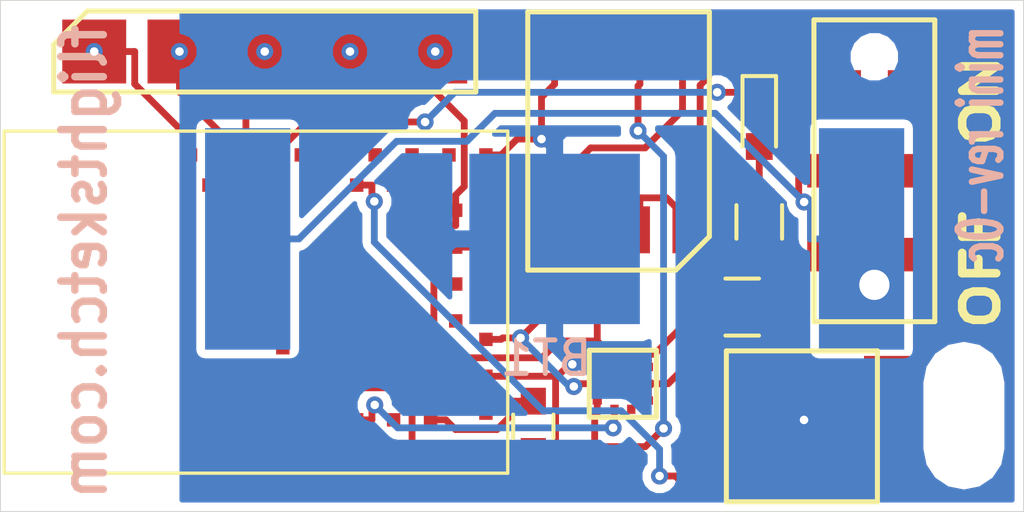
<source format=kicad_pcb>
(kicad_pcb (version 4) (host pcbnew 4.0.7)

  (general
    (links 48)
    (no_connects 0)
    (area 101.510599 104.7301 135.00202 123.418114)
    (thickness 1.6)
    (drawings 7)
    (tracks 239)
    (zones 0)
    (modules 12)
    (nets 15)
  )

  (page A4)
  (layers
    (0 F.Cu signal hide)
    (31 B.Cu signal hide)
    (32 B.Adhes user hide)
    (33 F.Adhes user hide)
    (34 B.Paste user hide)
    (35 F.Paste user hide)
    (36 B.SilkS user)
    (37 F.SilkS user hide)
    (38 B.Mask user hide)
    (39 F.Mask user hide)
    (40 Dwgs.User user hide)
    (41 Cmts.User user hide)
    (42 Eco1.User user hide)
    (43 Eco2.User user hide)
    (44 Edge.Cuts user)
    (45 Margin user hide)
    (46 B.CrtYd user)
    (47 F.CrtYd user hide)
    (48 B.Fab user hide)
    (49 F.Fab user hide)
  )

  (setup
    (last_trace_width 0.2032)
    (trace_clearance 0.1524)
    (zone_clearance 0.254)
    (zone_45_only no)
    (trace_min 0.2)
    (segment_width 0.2)
    (edge_width 0.0254)
    (via_size 0.508)
    (via_drill 0.254)
    (via_min_size 0.4)
    (via_min_drill 0.254)
    (uvia_size 0.3)
    (uvia_drill 0.1)
    (uvias_allowed no)
    (uvia_min_size 0.2)
    (uvia_min_drill 0.1)
    (pcb_text_width 0.3)
    (pcb_text_size 1.5 1.5)
    (mod_edge_width 0.15)
    (mod_text_size 1 1)
    (mod_text_width 0.15)
    (pad_size 1.524 1.524)
    (pad_drill 0.762)
    (pad_to_mask_clearance 0.0508)
    (solder_mask_min_width 0.0254)
    (aux_axis_origin 0 0)
    (visible_elements 7FFE8441)
    (pcbplotparams
      (layerselection 0x010fc_80000001)
      (usegerberextensions false)
      (excludeedgelayer true)
      (linewidth 0.100000)
      (plotframeref false)
      (viasonmask false)
      (mode 1)
      (useauxorigin false)
      (hpglpennumber 1)
      (hpglpenspeed 20)
      (hpglpendiameter 15)
      (hpglpenoverlay 2)
      (psnegative false)
      (psa4output false)
      (plotreference false)
      (plotvalue false)
      (plotinvisibletext false)
      (padsonsilk false)
      (subtractmaskfromsilk false)
      (outputformat 1)
      (mirror false)
      (drillshape 0)
      (scaleselection 1)
      (outputdirectory ./))
  )

  (net 0 "")
  (net 1 SWDIO)
  (net 2 VDD)
  (net 3 SWDCLK)
  (net 4 GND)
  (net 5 RESET)
  (net 6 MOSI)
  (net 7 SCK)
  (net 8 MISO)
  (net 9 DFU)
  (net 10 CS_Baro)
  (net 11 CS_Flash)
  (net 12 VBATT)
  (net 13 "Net-(D1-Pad2)")
  (net 14 LED1)

  (net_class Default "This is the default net class."
    (clearance 0.1524)
    (trace_width 0.2032)
    (via_dia 0.508)
    (via_drill 0.254)
    (uvia_dia 0.3)
    (uvia_drill 0.1)
    (add_net CS_Baro)
    (add_net CS_Flash)
    (add_net DFU)
    (add_net GND)
    (add_net LED1)
    (add_net MISO)
    (add_net MOSI)
    (add_net "Net-(D1-Pad2)")
    (add_net RESET)
    (add_net SCK)
    (add_net SWDCLK)
    (add_net SWDIO)
    (add_net VBATT)
    (add_net VDD)
  )

  (module Capacitors_SMD:C_0603 (layer F.Cu) (tedit 5D8109B1) (tstamp 5BFA234A)
    (at 117.475 119.38 270)
    (descr "Capacitor SMD 0603, reflow soldering, AVX (see smccp.pdf)")
    (tags "capacitor 0603")
    (path /5C382827)
    (attr smd)
    (fp_text reference C2 (at -2.4765 -0.127 270) (layer Cmts.User)
      (effects (font (size 1 1) (thickness 0.15)))
    )
    (fp_text value C (at 0 1.5 270) (layer F.Fab)
      (effects (font (size 1 1) (thickness 0.15)))
    )
    (fp_line (start 1.4 0.65) (end -1.4 0.65) (layer F.CrtYd) (width 0.05))
    (fp_line (start 1.4 0.65) (end 1.4 -0.65) (layer F.CrtYd) (width 0.05))
    (fp_line (start -1.4 -0.65) (end -1.4 0.65) (layer F.CrtYd) (width 0.05))
    (fp_line (start -1.4 -0.65) (end 1.4 -0.65) (layer F.CrtYd) (width 0.05))
    (fp_line (start 0.35 0.6) (end -0.35 0.6) (layer F.SilkS) (width 0.12))
    (fp_line (start -0.35 -0.6) (end 0.35 -0.6) (layer F.SilkS) (width 0.12))
    (fp_line (start -0.8 -0.4) (end 0.8 -0.4) (layer F.Fab) (width 0.1))
    (fp_line (start 0.8 -0.4) (end 0.8 0.4) (layer F.Fab) (width 0.1))
    (fp_line (start 0.8 0.4) (end -0.8 0.4) (layer F.Fab) (width 0.1))
    (fp_line (start -0.8 0.4) (end -0.8 -0.4) (layer F.Fab) (width 0.1))
    (fp_text user %R (at 0 0 270) (layer F.Fab)
      (effects (font (size 0.3 0.3) (thickness 0.075)))
    )
    (pad 2 smd rect (at 0.75 0 270) (size 0.8 0.75) (layers F.Cu F.Paste F.Mask)
      (net 4 GND))
    (pad 1 smd rect (at -0.75 0 270) (size 0.8 0.75) (layers F.Cu F.Paste F.Mask)
      (net 2 VDD))
    (model Capacitors_SMD.3dshapes/C_0603.wrl
      (at (xyz 0 0 0))
      (scale (xyz 1 1 1))
      (rotate (xyz 0 0 0))
    )
  )

  (module lib:bt (layer F.Cu) (tedit 5D8108F4) (tstamp 5C3AB772)
    (at 125.476 119.38 90)
    (path /5C36D239)
    (fp_text reference SW2 (at -0.381 0 180) (layer Cmts.User)
      (effects (font (size 1.2 1.2) (thickness 0.15)))
    )
    (fp_text value SW_Push (at 0 0 90) (layer F.Fab)
      (effects (font (size 1.2 1.2) (thickness 0.15)))
    )
    (fp_line (start 2.25 2.25) (end 2.25 -2.25) (layer F.SilkS) (width 0.15))
    (fp_line (start 2.25 -2.25) (end -2.25 -2.25) (layer F.SilkS) (width 0.15))
    (fp_line (start -2.25 -2.25) (end -2.25 2.25) (layer F.SilkS) (width 0.15))
    (fp_line (start -2.25 2.25) (end 2.25 2.25) (layer F.SilkS) (width 0.15))
    (pad 2 smd rect (at -1.6002 -2.624963 90) (size 0.999998 1.549908) (layers F.Cu F.Paste F.Mask)
      (net 9 DFU))
    (pad 2 smd rect (at -1.6002 2.624963 90) (size 0.999998 1.549908) (layers F.Cu F.Paste F.Mask)
      (net 9 DFU))
    (pad 1 smd rect (at 1.6002 -2.624963 90) (size 0.999998 1.549908) (layers F.Cu F.Paste F.Mask)
      (net 4 GND))
    (pad 1 smd rect (at 1.6002 2.624963 90) (size 0.999998 1.549908) (layers F.Cu F.Paste F.Mask)
      (net 4 GND))
  )

  (module Capacitors_SMD:C_0805 (layer F.Cu) (tedit 5D810952) (tstamp 5C4CFDE1)
    (at 123.698 115.824)
    (descr "Capacitor SMD 0805, reflow soldering, AVX (see smccp.pdf)")
    (tags "capacitor 0805")
    (path /5BFA2BAA)
    (attr smd)
    (fp_text reference C1 (at -0.0635 0) (layer Cmts.User)
      (effects (font (size 1 1) (thickness 0.15)))
    )
    (fp_text value C (at 0 1.75) (layer F.Fab)
      (effects (font (size 1 1) (thickness 0.15)))
    )
    (fp_text user %R (at 0 -1.5) (layer F.Fab)
      (effects (font (size 1 1) (thickness 0.15)))
    )
    (fp_line (start -1 0.62) (end -1 -0.62) (layer F.Fab) (width 0.1))
    (fp_line (start 1 0.62) (end -1 0.62) (layer F.Fab) (width 0.1))
    (fp_line (start 1 -0.62) (end 1 0.62) (layer F.Fab) (width 0.1))
    (fp_line (start -1 -0.62) (end 1 -0.62) (layer F.Fab) (width 0.1))
    (fp_line (start 0.5 -0.85) (end -0.5 -0.85) (layer F.SilkS) (width 0.12))
    (fp_line (start -0.5 0.85) (end 0.5 0.85) (layer F.SilkS) (width 0.12))
    (fp_line (start -1.75 -0.88) (end 1.75 -0.88) (layer F.CrtYd) (width 0.05))
    (fp_line (start -1.75 -0.88) (end -1.75 0.87) (layer F.CrtYd) (width 0.05))
    (fp_line (start 1.75 0.87) (end 1.75 -0.88) (layer F.CrtYd) (width 0.05))
    (fp_line (start 1.75 0.87) (end -1.75 0.87) (layer F.CrtYd) (width 0.05))
    (pad 1 smd rect (at -1 0) (size 1 1.25) (layers F.Cu F.Paste F.Mask)
      (net 2 VDD))
    (pad 2 smd rect (at 1 0) (size 1 1.25) (layers F.Cu F.Paste F.Mask)
      (net 4 GND))
    (model Capacitors_SMD.3dshapes/C_0805.wrl
      (at (xyz 0 0 0))
      (scale (xyz 1 1 1))
      (rotate (xyz 0 0 0))
    )
  )

  (module lib:SO8 (layer F.Cu) (tedit 5D81096A) (tstamp 5C4CFDEE)
    (at 120.015 110.871 180)
    (path /5BF2300F)
    (fp_text reference U3 (at 0 0 270) (layer Cmts.User)
      (effects (font (size 1.2 1.2) (thickness 0.15)))
    )
    (fp_text value EEPROM (at 0 0 180) (layer F.Fab)
      (effects (font (size 1.2 1.2) (thickness 0.15)))
    )
    (fp_line (start -1.705 -3.85) (end -2.705 -2.85) (layer F.SilkS) (width 0.15))
    (fp_line (start -2.705 -2.85) (end -2.705 3.85) (layer F.SilkS) (width 0.15))
    (fp_line (start -2.705 3.85) (end 2.705 3.85) (layer F.SilkS) (width 0.15))
    (fp_line (start 2.705 3.85) (end 2.705 -3.85) (layer F.SilkS) (width 0.15))
    (fp_line (start 2.705 -3.85) (end -1.705 -3.85) (layer F.SilkS) (width 0.15))
    (pad 8 smd rect (at -1.905 -2.65 180) (size 0.6 1.4) (layers F.Cu F.Paste F.Mask)
      (net 2 VDD))
    (pad 1 smd rect (at -1.905 2.65 180) (size 0.6 1.4) (layers F.Cu F.Paste F.Mask)
      (net 11 CS_Flash))
    (pad 7 smd rect (at -0.635 -2.65 180) (size 0.6 1.4) (layers F.Cu F.Paste F.Mask)
      (net 2 VDD))
    (pad 2 smd rect (at -0.635 2.65 180) (size 0.6 1.4) (layers F.Cu F.Paste F.Mask)
      (net 8 MISO))
    (pad 6 smd rect (at 0.635 -2.65 180) (size 0.6 1.4) (layers F.Cu F.Paste F.Mask)
      (net 7 SCK))
    (pad 3 smd rect (at 0.635 2.65 180) (size 0.6 1.4) (layers F.Cu F.Paste F.Mask)
      (net 2 VDD))
    (pad 5 smd rect (at 1.905 -2.65 180) (size 0.6 1.4) (layers F.Cu F.Paste F.Mask)
      (net 6 MOSI))
    (pad 4 smd rect (at 1.905 2.65 180) (size 0.6 1.4) (layers F.Cu F.Paste F.Mask)
      (net 4 GND))
  )

  (module lib:5pad_test (layer F.Cu) (tedit 5C4D2922) (tstamp 5C4D1978)
    (at 109.474 108.204)
    (path /5C3952B2)
    (solder_paste_margin -0.9525)
    (fp_text reference J1 (at 0 2.4065) (layer F.SilkS) hide
      (effects (font (size 1.2 1.2) (thickness 0.15)))
    )
    (fp_text value Conn_01x06 (at 0 -2.4065) (layer F.Fab)
      (effects (font (size 1.2 1.2) (thickness 0.15)))
    )
    (fp_line (start -5.2865 -1.2065) (end -6.2865 -0.2065) (layer F.SilkS) (width 0.15))
    (fp_line (start -6.2865 -0.2065) (end -6.2865 1.2065) (layer F.SilkS) (width 0.15))
    (fp_line (start -6.2865 1.2065) (end 6.2865 1.2065) (layer F.SilkS) (width 0.15))
    (fp_line (start 6.2865 1.2065) (end 6.2865 -1.2065) (layer F.SilkS) (width 0.15))
    (fp_line (start 6.2865 -1.2065) (end -5.2865 -1.2065) (layer F.SilkS) (width 0.15))
    (pad 1 smd rect (at -5.08 0) (size 1.905 1.905) (layers F.Cu F.Paste F.Mask)
      (net 4 GND))
    (pad 2 smd rect (at -2.54 0) (size 1.905 1.905) (layers F.Cu F.Paste F.Mask)
      (net 1 SWDIO))
    (pad 3 smd rect (at 0 0) (size 1.905 1.905) (layers F.Cu F.Paste F.Mask)
      (net 3 SWDCLK))
    (pad 4 smd rect (at 2.54 0) (size 1.905 1.905) (layers F.Cu F.Paste F.Mask)
      (net 5 RESET))
    (pad 5 smd rect (at 5.08 0) (size 1.905 1.905) (layers F.Cu F.Paste F.Mask)
      (net 2 VDD))
  )

  (module lib:BMP388 (layer F.Cu) (tedit 5D810938) (tstamp 5C4D1AF2)
    (at 120.142 118.11)
    (path /5C4D27A4)
    (solder_paste_margin 0.0762)
    (fp_text reference U2 (at 0 1.9685) (layer Cmts.User)
      (effects (font (size 1.2 1.2) (thickness 0.15)))
    )
    (fp_text value BMP380 (at 0.25 2) (layer F.Fab)
      (effects (font (size 1.2 1.2) (thickness 0.15)))
    )
    (fp_line (start -1 -1) (end 1 -1) (layer F.SilkS) (width 0.15))
    (fp_line (start 1 -1) (end 1 1) (layer F.SilkS) (width 0.15))
    (fp_line (start 1 1) (end -1 1) (layer F.SilkS) (width 0.15))
    (fp_line (start -1 1) (end -1 -1) (layer F.SilkS) (width 0.15))
    (pad 6 smd rect (at -0.25 0.7625) (size 0.25 0.275) (layers F.Cu F.Paste F.Mask)
      (net 10 CS_Baro))
    (pad 7 smd rect (at 0.25 0.7625) (size 0.25 0.275) (layers F.Cu F.Paste F.Mask))
    (pad 1 smd rect (at 0.25 -0.7625) (size 0.25 0.275) (layers F.Cu F.Paste F.Mask)
      (net 2 VDD))
    (pad 2 smd rect (at -0.25 -0.7625) (size 0.25 0.275) (layers F.Cu F.Paste F.Mask)
      (net 7 SCK))
    (pad 10 smd rect (at 0.7625 -0.5 270) (size 0.25 0.275) (layers F.Cu F.Paste F.Mask)
      (net 2 VDD))
    (pad 3 smd rect (at -0.7625 -0.5 270) (size 0.25 0.275) (layers F.Cu F.Paste F.Mask)
      (net 4 GND))
    (pad 9 smd rect (at 0.7625 0 270) (size 0.25 0.275) (layers F.Cu F.Paste F.Mask)
      (net 4 GND))
    (pad 4 smd rect (at -0.7625 0 270) (size 0.25 0.275) (layers F.Cu F.Paste F.Mask)
      (net 6 MOSI))
    (pad 8 smd rect (at 0.7625 0.5 270) (size 0.25 0.275) (layers F.Cu F.Paste F.Mask)
      (net 4 GND))
    (pad 5 smd rect (at -0.7625 0.5 270) (size 0.25 0.275) (layers F.Cu F.Paste F.Mask)
      (net 8 MISO))
  )

  (module lib:1225_glider (layer B.Cu) (tedit 5D810B2A) (tstamp 5C6875BA)
    (at 118.11 113.792 180)
    (path /5C36C209)
    (fp_text reference BT1 (at 0.254 -3.556 180) (layer B.SilkS)
      (effects (font (size 1 1) (thickness 0.15)) (justify mirror))
    )
    (fp_text value Battery_Cell (at -0.254 3.81 180) (layer B.Fab)
      (effects (font (size 1 1) (thickness 0.15)) (justify mirror))
    )
    (pad 1 smd rect (at -9.144 0 180) (size 2.54 6.604) (layers B.Cu B.Paste B.Mask)
      (net 12 VBATT))
    (pad 2 smd rect (at 0 0 180) (size 5.08 5.08) (layers B.Cu B.Paste B.Mask)
      (net 4 GND))
    (pad 1 smd rect (at 9.144 0 180) (size 2.54 6.604) (layers B.Cu B.Paste B.Mask)
      (net 12 VBATT))
  )

  (module lib:sw2 (layer F.Cu) (tedit 5D8108D6) (tstamp 5C6875C0)
    (at 127.635 111.76 270)
    (path /5C36CF94)
    (fp_text reference SW1 (at 0.254 0 270) (layer Cmts.User)
      (effects (font (size 1.2 1.2) (thickness 0.15)))
    )
    (fp_text value SW_DPDT_x2 (at 0 0 270) (layer F.Fab)
      (effects (font (size 1.2 1.2) (thickness 0.15)))
    )
    (fp_line (start 4.5 -1.8) (end 4.5 1.8) (layer F.SilkS) (width 0.15))
    (fp_line (start 4.5 1.8) (end -4.5 1.8) (layer F.SilkS) (width 0.15))
    (fp_line (start -4.5 1.8) (end -4.5 -1.8) (layer F.SilkS) (width 0.15))
    (fp_line (start -4.5 -1.8) (end 4.5 -1.8) (layer F.SilkS) (width 0.15))
    (pad 4 smd rect (at -2.499995 -1.199997 270) (size 0.999998 1.599946) (layers F.Cu F.Paste F.Mask))
    (pad 1 smd rect (at -2.499995 1.199997 270) (size 0.999998 1.599946) (layers F.Cu F.Paste F.Mask)
      (net 2 VDD))
    (pad 5 smd rect (at 0 -1.199997 270) (size 0.999998 1.599946) (layers F.Cu F.Paste F.Mask))
    (pad 2 smd rect (at 0 1.199997 270) (size 0.999998 1.599946) (layers F.Cu F.Paste F.Mask)
      (net 12 VBATT))
    (pad 6 smd rect (at 2.499995 -1.199997 270) (size 0.999998 1.599946) (layers F.Cu F.Paste F.Mask))
    (pad 3 smd rect (at 2.499995 1.199997 270) (size 0.999998 1.599946) (layers F.Cu F.Paste F.Mask))
    (pad "" np_thru_hole circle (at 3.40106 0 270) (size 0.9017 0.9017) (drill 0.9017) (layers *.Cu *.Mask))
    (pad "" np_thru_hole circle (at -3.400044 0 270) (size 0.9017 0.9017) (drill 0.9017) (layers *.Cu *.Mask))
  )

  (module LEDs:LED_0603 (layer F.Cu) (tedit 5D810992) (tstamp 5D45DC5B)
    (at 124.206 110.236 270)
    (descr "LED 0603 smd package")
    (tags "LED led 0603 SMD smd SMT smt smdled SMDLED smtled SMTLED")
    (path /5D45DD27)
    (attr smd)
    (fp_text reference D1 (at -2.54 0 270) (layer Cmts.User)
      (effects (font (size 1 1) (thickness 0.15)))
    )
    (fp_text value LED (at 0 1.35 270) (layer F.Fab)
      (effects (font (size 1 1) (thickness 0.15)))
    )
    (fp_line (start -1.3 -0.5) (end -1.3 0.5) (layer F.SilkS) (width 0.12))
    (fp_line (start -0.2 -0.2) (end -0.2 0.2) (layer F.Fab) (width 0.1))
    (fp_line (start -0.15 0) (end 0.15 -0.2) (layer F.Fab) (width 0.1))
    (fp_line (start 0.15 0.2) (end -0.15 0) (layer F.Fab) (width 0.1))
    (fp_line (start 0.15 -0.2) (end 0.15 0.2) (layer F.Fab) (width 0.1))
    (fp_line (start 0.8 0.4) (end -0.8 0.4) (layer F.Fab) (width 0.1))
    (fp_line (start 0.8 -0.4) (end 0.8 0.4) (layer F.Fab) (width 0.1))
    (fp_line (start -0.8 -0.4) (end 0.8 -0.4) (layer F.Fab) (width 0.1))
    (fp_line (start -0.8 0.4) (end -0.8 -0.4) (layer F.Fab) (width 0.1))
    (fp_line (start -1.3 0.5) (end 0.8 0.5) (layer F.SilkS) (width 0.12))
    (fp_line (start -1.3 -0.5) (end 0.8 -0.5) (layer F.SilkS) (width 0.12))
    (fp_line (start 1.45 -0.65) (end 1.45 0.65) (layer F.CrtYd) (width 0.05))
    (fp_line (start 1.45 0.65) (end -1.45 0.65) (layer F.CrtYd) (width 0.05))
    (fp_line (start -1.45 0.65) (end -1.45 -0.65) (layer F.CrtYd) (width 0.05))
    (fp_line (start -1.45 -0.65) (end 1.45 -0.65) (layer F.CrtYd) (width 0.05))
    (pad 2 smd rect (at 0.8 0 90) (size 0.8 0.8) (layers F.Cu F.Paste F.Mask)
      (net 13 "Net-(D1-Pad2)"))
    (pad 1 smd rect (at -0.8 0 90) (size 0.8 0.8) (layers F.Cu F.Paste F.Mask)
      (net 14 LED1))
    (model ${KISYS3DMOD}/LEDs.3dshapes/LED_0603.wrl
      (at (xyz 0 0 0))
      (scale (xyz 1 1 1))
      (rotate (xyz 0 0 180))
    )
  )

  (module Resistors_SMD:R_0603 (layer F.Cu) (tedit 5D810980) (tstamp 5D45DC61)
    (at 124.206 113.284 90)
    (descr "Resistor SMD 0603, reflow soldering, Vishay (see dcrcw.pdf)")
    (tags "resistor 0603")
    (path /5D45DCDF)
    (attr smd)
    (fp_text reference R1 (at 0 0 90) (layer Cmts.User)
      (effects (font (size 1 1) (thickness 0.15)))
    )
    (fp_text value R (at 0 1.5 90) (layer F.Fab)
      (effects (font (size 1 1) (thickness 0.15)))
    )
    (fp_text user %R (at 0 0 90) (layer F.Fab)
      (effects (font (size 0.4 0.4) (thickness 0.075)))
    )
    (fp_line (start -0.8 0.4) (end -0.8 -0.4) (layer F.Fab) (width 0.1))
    (fp_line (start 0.8 0.4) (end -0.8 0.4) (layer F.Fab) (width 0.1))
    (fp_line (start 0.8 -0.4) (end 0.8 0.4) (layer F.Fab) (width 0.1))
    (fp_line (start -0.8 -0.4) (end 0.8 -0.4) (layer F.Fab) (width 0.1))
    (fp_line (start 0.5 0.68) (end -0.5 0.68) (layer F.SilkS) (width 0.12))
    (fp_line (start -0.5 -0.68) (end 0.5 -0.68) (layer F.SilkS) (width 0.12))
    (fp_line (start -1.25 -0.7) (end 1.25 -0.7) (layer F.CrtYd) (width 0.05))
    (fp_line (start -1.25 -0.7) (end -1.25 0.7) (layer F.CrtYd) (width 0.05))
    (fp_line (start 1.25 0.7) (end 1.25 -0.7) (layer F.CrtYd) (width 0.05))
    (fp_line (start 1.25 0.7) (end -1.25 0.7) (layer F.CrtYd) (width 0.05))
    (pad 1 smd rect (at -0.75 0 90) (size 0.5 0.9) (layers F.Cu F.Paste F.Mask)
      (net 2 VDD))
    (pad 2 smd rect (at 0.75 0 90) (size 0.5 0.9) (layers F.Cu F.Paste F.Mask)
      (net 13 "Net-(D1-Pad2)"))
    (model ${KISYS3DMOD}/Resistors_SMD.3dshapes/R_0603.wrl
      (at (xyz 0 0 0))
      (scale (xyz 1 1 1))
      (rotate (xyz 0 0 0))
    )
  )

  (module lib:BM832 (layer F.Cu) (tedit 5D8108E4) (tstamp 5D71D8AE)
    (at 116.713 120.777 90)
    (path /5D79AABC)
    (fp_text reference U1 (at 5.2 -11.6 90) (layer Cmts.User)
      (effects (font (size 1.2 1.2) (thickness 0.15)))
    )
    (fp_text value BM832A (at 5.2 -13.6 270) (layer F.Fab)
      (effects (font (size 1.2 1.2) (thickness 0.15)))
    )
    (fp_line (start 0 0) (end 10.2 0) (layer F.SilkS) (width 0.1))
    (fp_line (start 10.2 -15) (end 10.2 0) (layer F.SilkS) (width 0.1))
    (fp_line (start 0 -15) (end 10.2 -15) (layer F.SilkS) (width 0.1))
    (fp_line (start 0 0) (end 0 -15) (layer F.SilkS) (width 0.1))
    (pad 46 smd rect (at 6.44 -6.7 180) (size 0.4 0.4) (layers F.Cu F.Paste F.Mask))
    (pad 47 smd rect (at 3.74 -6.7 180) (size 0.4 0.4) (layers F.Cu F.Paste F.Mask))
    (pad 18 smd rect (at 2.34 -1.55 270) (size 0.4 0.4) (layers F.Cu F.Paste F.Mask)
      (net 4 GND))
    (pad 20 smd rect (at 3.44 -1.55 270) (size 0.4 0.4) (layers F.Cu F.Paste F.Mask)
      (net 7 SCK))
    (pad 22 smd rect (at 4.54 -1.55 270) (size 0.4 0.4) (layers F.Cu F.Paste F.Mask))
    (pad 24 smd rect (at 5.64 -1.55 270) (size 0.4 0.4) (layers F.Cu F.Paste F.Mask))
    (pad 26 smd rect (at 6.74 -1.55 270) (size 0.4 0.4) (layers F.Cu F.Paste F.Mask)
      (net 11 CS_Flash))
    (pad 28 smd rect (at 7.84 -1.55 270) (size 0.4 0.4) (layers F.Cu F.Paste F.Mask)
      (net 2 VDD))
    (pad 29 smd rect (at 8.39 -0.65 270) (size 0.4 0.4) (layers F.Cu F.Paste F.Mask))
    (pad 27 smd rect (at 7.29 -0.65 270) (size 0.4 0.4) (layers F.Cu F.Paste F.Mask))
    (pad 25 smd rect (at 6.19 -0.65 270) (size 0.4 0.4) (layers F.Cu F.Paste F.Mask))
    (pad 23 smd rect (at 5.09 -0.65 270) (size 0.4 0.4) (layers F.Cu F.Paste F.Mask))
    (pad 21 smd rect (at 3.99 -0.65 270) (size 0.4 0.4) (layers F.Cu F.Paste F.Mask)
      (net 6 MOSI))
    (pad 19 smd rect (at 2.89 -0.65 270) (size 0.4 0.4) (layers F.Cu F.Paste F.Mask)
      (net 4 GND))
    (pad 17 smd rect (at 1.79 -0.65 270) (size 0.4 0.4) (layers F.Cu F.Paste F.Mask))
    (pad 32 smd rect (at 8.59 -2.3 180) (size 0.4 0.4) (layers F.Cu F.Paste F.Mask))
    (pad 34 smd rect (at 8.59 -3.4 180) (size 0.4 0.4) (layers F.Cu F.Paste F.Mask))
    (pad 36 smd rect (at 8.59 -4.5 180) (size 0.4 0.4) (layers F.Cu F.Paste F.Mask)
      (net 9 DFU))
    (pad 38 smd rect (at 8.59 -5.6 180) (size 0.4 0.4) (layers F.Cu F.Paste F.Mask))
    (pad 40 smd rect (at 8.59 -6.7 180) (size 0.4 0.4) (layers F.Cu F.Paste F.Mask)
      (net 5 RESET))
    (pad 42 smd rect (at 8.59 -7.8 180) (size 0.4 0.4) (layers F.Cu F.Paste F.Mask)
      (net 3 SWDCLK))
    (pad 44 smd rect (at 8.59 -8.9 180) (size 0.4 0.4) (layers F.Cu F.Paste F.Mask))
    (pad 2 smd rect (at 1.59 -8.9 180) (size 0.4 0.4) (layers F.Cu F.Paste F.Mask)
      (net 4 GND))
    (pad 4 smd rect (at 1.59 -7.8 180) (size 0.4 0.4) (layers F.Cu F.Paste F.Mask)
      (net 4 GND))
    (pad 6 smd rect (at 1.59 -6.7 180) (size 0.4 0.4) (layers F.Cu F.Paste F.Mask))
    (pad 8 smd rect (at 1.59 -5.6 180) (size 0.4 0.4) (layers F.Cu F.Paste F.Mask))
    (pad 10 smd rect (at 1.59 -4.5 180) (size 0.4 0.4) (layers F.Cu F.Paste F.Mask)
      (net 10 CS_Baro))
    (pad 12 smd rect (at 1.59 -3.4 180) (size 0.4 0.4) (layers F.Cu F.Paste F.Mask))
    (pad 14 smd rect (at 1.59 -2.3 180) (size 0.4 0.4) (layers F.Cu F.Paste F.Mask)
      (net 2 VDD))
    (pad 16 smd rect (at 0.69 -0.65 180) (size 0.4 0.4) (layers F.Cu F.Paste F.Mask))
    (pad 30 smd rect (at 9.49 -0.65 180) (size 0.4 0.4) (layers F.Cu F.Paste F.Mask)
      (net 4 GND))
    (pad 15 smd rect (at 0.69 -1.75 180) (size 0.4 0.4) (layers F.Cu F.Paste F.Mask)
      (net 4 GND))
    (pad 31 smd rect (at 9.49 -1.75 180) (size 0.4 0.4) (layers F.Cu F.Paste F.Mask))
    (pad 13 smd rect (at 0.69 -2.85 180) (size 0.4 0.4) (layers F.Cu F.Paste F.Mask)
      (net 4 GND))
    (pad 33 smd rect (at 9.49 -2.85 180) (size 0.4 0.4) (layers F.Cu F.Paste F.Mask))
    (pad 11 smd rect (at 0.69 -3.95 180) (size 0.4 0.4) (layers F.Cu F.Paste F.Mask))
    (pad 35 smd rect (at 9.49 -3.95 180) (size 0.4 0.4) (layers F.Cu F.Paste F.Mask))
    (pad 9 smd rect (at 0.69 -5.05 180) (size 0.4 0.4) (layers F.Cu F.Paste F.Mask)
      (net 8 MISO))
    (pad 37 smd rect (at 9.49 -5.05 180) (size 0.4 0.4) (layers F.Cu F.Paste F.Mask)
      (net 14 LED1))
    (pad 7 smd rect (at 0.69 -6.15 180) (size 0.4 0.4) (layers F.Cu F.Paste F.Mask))
    (pad 39 smd rect (at 9.49 -6.15 180) (size 0.4 0.4) (layers F.Cu F.Paste F.Mask))
    (pad 5 smd rect (at 0.69 -7.25 180) (size 0.4 0.4) (layers F.Cu F.Paste F.Mask)
      (net 4 GND))
    (pad 41 smd rect (at 9.49 -7.25 180) (size 0.4 0.4) (layers F.Cu F.Paste F.Mask))
    (pad 3 smd rect (at 0.69 -8.35 180) (size 0.4 0.4) (layers F.Cu F.Paste F.Mask)
      (net 4 GND))
    (pad 43 smd rect (at 9.49 -8.35 180) (size 0.4 0.4) (layers F.Cu F.Paste F.Mask)
      (net 1 SWDIO))
    (pad 1 smd rect (at 0.69 -9.45 180) (size 0.4 0.4) (layers F.Cu F.Paste F.Mask)
      (net 4 GND))
    (pad 45 smd rect (at 9.49 -9.45 180) (size 0.4 0.4) (layers F.Cu F.Paste F.Mask)
      (net 4 GND))
  )

  (module lib:mounting_slot (layer F.Cu) (tedit 5C68C11D) (tstamp 5D79A980)
    (at 130.302 119.062)
    (path /5D71CACD)
    (fp_text reference J2 (at 0 0.5) (layer F.SilkS) hide
      (effects (font (size 1 1) (thickness 0.15)))
    )
    (fp_text value Conn_01x01 (at 0 -0.5) (layer F.Fab)
      (effects (font (size 1 1) (thickness 0.15)))
    )
    (pad "" np_thru_hole oval (at 0 0) (size 1.905 3.81) (drill oval 1.905 3.81) (layers *.Cu *.Mask))
  )

  (gr_text "mini rev-0c" (at 130.81 110.998 90) (layer B.SilkS)
    (effects (font (size 1.27 0.762) (thickness 0.1905)) (justify mirror))
  )
  (gr_text "OFF  ON" (at 130.81 112.395 90) (layer F.SilkS)
    (effects (font (size 1.016 1.27) (thickness 0.254)))
  )
  (gr_line (start 101.6 106.68) (end 101.6 121.92) (angle 90) (layer Edge.Cuts) (width 0.0254))
  (gr_line (start 132.08 106.68) (end 101.6 106.68) (angle 90) (layer Edge.Cuts) (width 0.0254))
  (gr_line (start 132.08 121.92) (end 132.08 106.68) (angle 90) (layer Edge.Cuts) (width 0.0254))
  (gr_line (start 101.6 121.92) (end 132.08 121.92) (angle 90) (layer Edge.Cuts) (width 0.0254))
  (gr_text flightsketch.com (at 104.0892 114.4778 90) (layer B.SilkS)
    (effects (font (size 1.27 1.143) (thickness 0.22225)) (justify mirror))
  )

  (via (at 106.934 108.204) (size 0.508) (drill 0.254) (layers F.Cu B.Cu) (net 1))
  (segment (start 106.9411 109.4108) (end 106.934 109.4108) (width 0.2032) (layer F.Cu) (net 1))
  (segment (start 108.363 110.8327) (end 106.9411 109.4108) (width 0.2032) (layer F.Cu) (net 1))
  (segment (start 108.363 111.287) (end 108.363 110.8327) (width 0.2032) (layer F.Cu) (net 1))
  (segment (start 106.934 108.204) (end 106.934 109.4108) (width 0.2032) (layer F.Cu) (net 1))
  (via (at 114.554 108.204) (size 0.508) (drill 0.254) (layers F.Cu B.Cu) (net 2))
  (segment (start 126.435 109.26) (end 125.3807 109.26) (width 0.2032) (layer F.Cu) (net 2))
  (segment (start 122.698 115.824) (end 122.4902 115.824) (width 0.2032) (layer F.Cu) (net 2))
  (segment (start 115.1559 119.4756) (end 114.8673 119.187) (width 0.2032) (layer F.Cu) (net 2))
  (segment (start 116.3934 119.4756) (end 115.1559 119.4756) (width 0.2032) (layer F.Cu) (net 2))
  (segment (start 116.8457 119.0233) (end 116.3934 119.4756) (width 0.2032) (layer F.Cu) (net 2))
  (segment (start 116.8457 118.63) (end 116.8457 119.0233) (width 0.2032) (layer F.Cu) (net 2))
  (segment (start 117.475 118.63) (end 116.8457 118.63) (width 0.2032) (layer F.Cu) (net 2))
  (segment (start 114.6402 119.187) (end 114.613 119.187) (width 0.2032) (layer F.Cu) (net 2))
  (segment (start 114.6402 119.187) (end 114.8673 119.187) (width 0.2032) (layer F.Cu) (net 2))
  (segment (start 124.206 114.034) (end 123.5907 114.034) (width 0.2032) (layer F.Cu) (net 2))
  (segment (start 121.92 113.521) (end 121.92 114.4753) (width 0.2032) (layer F.Cu) (net 2))
  (segment (start 122.9315 114.034) (end 122.4902 114.4753) (width 0.2032) (layer F.Cu) (net 2))
  (segment (start 123.5907 114.034) (end 122.9315 114.034) (width 0.2032) (layer F.Cu) (net 2))
  (segment (start 122.4902 114.4753) (end 121.92 114.4753) (width 0.2032) (layer F.Cu) (net 2))
  (segment (start 115.4174 110.2742) (end 114.554 109.4108) (width 0.2032) (layer F.Cu) (net 2))
  (segment (start 115.4174 112.2283) (end 115.4174 110.2742) (width 0.2032) (layer F.Cu) (net 2))
  (segment (start 115.163 112.4827) (end 115.4174 112.2283) (width 0.2032) (layer F.Cu) (net 2))
  (segment (start 115.163 112.937) (end 115.163 112.4827) (width 0.2032) (layer F.Cu) (net 2))
  (segment (start 114.554 108.204) (end 114.554 109.4108) (width 0.2032) (layer F.Cu) (net 2))
  (segment (start 119.38 108.221) (end 119.38 107.3557) (width 0.2032) (layer F.Cu) (net 2))
  (segment (start 119.38 107.3557) (end 119.38 107.2667) (width 0.2032) (layer F.Cu) (net 2))
  (segment (start 116.6981 107.2667) (end 115.7608 108.204) (width 0.2032) (layer F.Cu) (net 2))
  (segment (start 119.38 107.2667) (end 116.6981 107.2667) (width 0.2032) (layer F.Cu) (net 2))
  (segment (start 114.554 108.204) (end 115.7608 108.204) (width 0.2032) (layer F.Cu) (net 2))
  (segment (start 122.4902 114.4753) (end 122.4902 115.824) (width 0.2032) (layer F.Cu) (net 2))
  (segment (start 121.0835 117.2307) (end 120.9045 117.2307) (width 0.2032) (layer F.Cu) (net 2))
  (segment (start 122.4902 115.824) (end 121.0835 117.2307) (width 0.2032) (layer F.Cu) (net 2))
  (segment (start 120.9045 117.61) (end 120.9045 117.4203) (width 0.2032) (layer F.Cu) (net 2))
  (segment (start 120.9045 117.4203) (end 120.9045 117.2307) (width 0.2032) (layer F.Cu) (net 2))
  (segment (start 120.8441 117.4203) (end 120.7713 117.3475) (width 0.2032) (layer F.Cu) (net 2))
  (segment (start 120.9045 117.4203) (end 120.8441 117.4203) (width 0.2032) (layer F.Cu) (net 2))
  (segment (start 120.392 117.3475) (end 120.7713 117.3475) (width 0.2032) (layer F.Cu) (net 2))
  (segment (start 114.413 119.187) (end 114.513 119.187) (width 0.2032) (layer F.Cu) (net 2))
  (segment (start 114.513 119.187) (end 114.613 119.187) (width 0.2032) (layer F.Cu) (net 2))
  (segment (start 114.9359 113.3913) (end 115.163 113.3913) (width 0.2032) (layer F.Cu) (net 2))
  (segment (start 114.513 113.8142) (end 114.9359 113.3913) (width 0.2032) (layer F.Cu) (net 2))
  (segment (start 114.513 119.187) (end 114.513 113.8142) (width 0.2032) (layer F.Cu) (net 2))
  (segment (start 115.163 112.937) (end 115.163 113.3913) (width 0.2032) (layer F.Cu) (net 2))
  (segment (start 124.8553 108.7346) (end 122.6976 108.7346) (width 0.2032) (layer F.Cu) (net 2))
  (segment (start 125.3807 109.26) (end 124.8553 108.7346) (width 0.2032) (layer F.Cu) (net 2))
  (segment (start 122.6976 107.5788) (end 122.6976 108.7346) (width 0.2032) (layer F.Cu) (net 2))
  (segment (start 122.3855 107.2667) (end 122.6976 107.5788) (width 0.2032) (layer F.Cu) (net 2))
  (segment (start 119.38 107.2667) (end 122.3855 107.2667) (width 0.2032) (layer F.Cu) (net 2))
  (segment (start 121.92 113.521) (end 121.92 113.0438) (width 0.2032) (layer F.Cu) (net 2))
  (segment (start 121.92 113.0438) (end 121.92 112.5667) (width 0.2032) (layer F.Cu) (net 2))
  (segment (start 121.4429 112.5667) (end 120.65 112.5667) (width 0.2032) (layer F.Cu) (net 2))
  (segment (start 121.92 113.0438) (end 121.4429 112.5667) (width 0.2032) (layer F.Cu) (net 2))
  (segment (start 120.65 113.521) (end 120.65 112.5667) (width 0.2032) (layer F.Cu) (net 2))
  (segment (start 122.4453 112.0414) (end 121.92 112.5667) (width 0.2032) (layer F.Cu) (net 2))
  (segment (start 122.4453 109.2094) (end 122.4453 112.0414) (width 0.2032) (layer F.Cu) (net 2))
  (segment (start 122.6976 108.9571) (end 122.4453 109.2094) (width 0.2032) (layer F.Cu) (net 2))
  (segment (start 122.6976 108.7346) (end 122.6976 108.9571) (width 0.2032) (layer F.Cu) (net 2))
  (via (at 109.474 108.204) (size 0.508) (drill 0.254) (layers F.Cu B.Cu) (net 3))
  (segment (start 108.913 109.9718) (end 109.474 109.4108) (width 0.2032) (layer F.Cu) (net 3))
  (segment (start 108.913 112.187) (end 108.913 109.9718) (width 0.2032) (layer F.Cu) (net 3))
  (segment (start 109.474 108.204) (end 109.474 109.4108) (width 0.2032) (layer F.Cu) (net 3))
  (segment (start 122.851037 117.7798) (end 124.1298 117.7798) (width 0.2032) (layer F.Cu) (net 4))
  (via (at 125.5395 119.1895) (size 0.508) (drill 0.254) (layers F.Cu B.Cu) (net 4))
  (segment (start 124.1298 117.7798) (end 125.5395 119.1895) (width 0.2032) (layer F.Cu) (net 4) (tstamp 5D79AB98))
  (via (at 104.394 108.204) (size 0.508) (drill 0.254) (layers F.Cu B.Cu) (net 4))
  (via (at 117.7192 110.8135) (size 0.508) (layers F.Cu B.Cu) (net 4))
  (via (at 118.6372 117.5311) (size 0.508) (layers F.Cu B.Cu) (net 4))
  (segment (start 105.6008 109.1705) (end 105.6008 108.204) (width 0.2032) (layer F.Cu) (net 4))
  (segment (start 107.263 110.8327) (end 105.6008 109.1705) (width 0.2032) (layer F.Cu) (net 4))
  (segment (start 104.394 108.204) (end 105.6008 108.204) (width 0.2032) (layer F.Cu) (net 4))
  (segment (start 107.813 119.187) (end 108.2673 119.187) (width 0.2032) (layer F.Cu) (net 4))
  (segment (start 115.513 117.9827) (end 115.163 117.9827) (width 0.2032) (layer F.Cu) (net 4))
  (segment (start 115.6087 117.887) (end 115.513 117.9827) (width 0.2032) (layer F.Cu) (net 4))
  (segment (start 115.163 118.437) (end 115.163 117.9827) (width 0.2032) (layer F.Cu) (net 4))
  (segment (start 115.8359 117.887) (end 115.6087 117.887) (width 0.2032) (layer F.Cu) (net 4))
  (segment (start 115.8359 117.887) (end 116.063 117.887) (width 0.2032) (layer F.Cu) (net 4))
  (segment (start 120.9045 118.61) (end 120.9045 118.11) (width 0.2032) (layer F.Cu) (net 4))
  (segment (start 122.851 117.7798) (end 121.8217 117.7798) (width 0.2032) (layer F.Cu) (net 4))
  (segment (start 121.4915 118.11) (end 121.8217 117.7798) (width 0.2032) (layer F.Cu) (net 4))
  (segment (start 120.9045 118.11) (end 121.4915 118.11) (width 0.2032) (layer F.Cu) (net 4))
  (segment (start 107.263 111.0598) (end 107.263 110.8327) (width 0.2032) (layer F.Cu) (net 4))
  (segment (start 123.8803 117.521) (end 123.8803 117.7798) (width 0.2032) (layer F.Cu) (net 4))
  (segment (start 124.698 116.7033) (end 123.8803 117.521) (width 0.2032) (layer F.Cu) (net 4))
  (segment (start 124.698 115.824) (end 124.698 116.7033) (width 0.2032) (layer F.Cu) (net 4))
  (segment (start 122.851 117.7798) (end 123.8803 117.7798) (width 0.2032) (layer F.Cu) (net 4))
  (segment (start 128.101 117.7798) (end 123.8803 117.7798) (width 0.2032) (layer F.Cu) (net 4))
  (segment (start 116.063 117.887) (end 116.5173 117.887) (width 0.2032) (layer F.Cu) (net 4))
  (segment (start 120.0324 118.11) (end 120.9045 118.11) (width 0.2032) (layer F.Cu) (net 4))
  (segment (start 119.5324 117.61) (end 120.0324 118.11) (width 0.2032) (layer F.Cu) (net 4))
  (segment (start 119.3795 117.61) (end 119.5324 117.61) (width 0.2032) (layer F.Cu) (net 4))
  (segment (start 119.3795 117.61) (end 118.9877 117.61) (width 0.2032) (layer F.Cu) (net 4))
  (segment (start 107.263 111.0598) (end 107.263 111.287) (width 0.2032) (layer F.Cu) (net 4))
  (segment (start 107.263 118.1827) (end 107.813 118.7327) (width 0.2032) (layer F.Cu) (net 4))
  (segment (start 107.263 111.287) (end 107.263 118.1827) (width 0.2032) (layer F.Cu) (net 4))
  (segment (start 107.813 119.187) (end 107.813 118.7327) (width 0.2032) (layer F.Cu) (net 4))
  (segment (start 108.363 119.187) (end 108.363 119.6327) (width 0.2032) (layer F.Cu) (net 4))
  (segment (start 108.363 119.187) (end 108.2673 119.187) (width 0.2032) (layer F.Cu) (net 4))
  (segment (start 108.363 119.8598) (end 108.363 119.6327) (width 0.2032) (layer F.Cu) (net 4))
  (segment (start 108.7815 119.8598) (end 109.0087 120.087) (width 0.2032) (layer F.Cu) (net 4))
  (segment (start 108.363 119.8598) (end 108.7815 119.8598) (width 0.2032) (layer F.Cu) (net 4))
  (segment (start 109.463 120.087) (end 109.0087 120.087) (width 0.2032) (layer F.Cu) (net 4))
  (segment (start 116.063 111.287) (end 116.5173 111.287) (width 0.2032) (layer F.Cu) (net 4))
  (segment (start 118.11 113.792) (end 118.11 110.9977) (width 0.2032) (layer B.Cu) (net 4))
  (segment (start 118.11 108.221) (end 118.11 109.1753) (width 0.2032) (layer F.Cu) (net 4))
  (segment (start 118.11 113.792) (end 118.11 116.5863) (width 0.2032) (layer B.Cu) (net 4))
  (segment (start 118.9088 117.5311) (end 118.6372 117.5311) (width 0.2032) (layer F.Cu) (net 4))
  (segment (start 118.9877 117.61) (end 118.9088 117.5311) (width 0.2032) (layer F.Cu) (net 4))
  (segment (start 118.6372 117.1135) (end 118.6372 117.5311) (width 0.2032) (layer B.Cu) (net 4))
  (segment (start 118.11 116.5863) (end 118.6372 117.1135) (width 0.2032) (layer B.Cu) (net 4))
  (segment (start 116.9908 110.8135) (end 117.7192 110.8135) (width 0.2032) (layer F.Cu) (net 4))
  (segment (start 116.5173 111.287) (end 116.9908 110.8135) (width 0.2032) (layer F.Cu) (net 4))
  (segment (start 117.9034 110.9977) (end 117.7192 110.8135) (width 0.2032) (layer B.Cu) (net 4))
  (segment (start 118.11 110.9977) (end 117.9034 110.9977) (width 0.2032) (layer B.Cu) (net 4))
  (segment (start 117.7192 109.5661) (end 118.11 109.1753) (width 0.2032) (layer F.Cu) (net 4))
  (segment (start 117.7192 110.8135) (end 117.7192 109.5661) (width 0.2032) (layer F.Cu) (net 4))
  (segment (start 117.475 120.13) (end 118.1043 120.13) (width 0.2032) (layer F.Cu) (net 4))
  (segment (start 118.5541 117.5311) (end 118.6372 117.5311) (width 0.2032) (layer F.Cu) (net 4))
  (segment (start 118.1386 117.9466) (end 118.5541 117.5311) (width 0.2032) (layer F.Cu) (net 4))
  (segment (start 118.079 117.887) (end 118.1386 117.9466) (width 0.2032) (layer F.Cu) (net 4))
  (segment (start 116.5173 117.887) (end 118.079 117.887) (width 0.2032) (layer F.Cu) (net 4))
  (segment (start 118.1386 120.0957) (end 118.1043 120.13) (width 0.2032) (layer F.Cu) (net 4))
  (segment (start 118.1386 117.9466) (end 118.1386 120.0957) (width 0.2032) (layer F.Cu) (net 4))
  (segment (start 117.475 120.13) (end 116.8457 120.13) (width 0.2032) (layer F.Cu) (net 4))
  (segment (start 116.4136 120.5621) (end 116.8457 120.13) (width 0.2032) (layer F.Cu) (net 4))
  (segment (start 115.6652 120.5621) (end 116.4136 120.5621) (width 0.2032) (layer F.Cu) (net 4))
  (segment (start 115.4173 120.3142) (end 115.6652 120.5621) (width 0.2032) (layer F.Cu) (net 4))
  (segment (start 115.4173 120.087) (end 115.4173 120.3142) (width 0.2032) (layer F.Cu) (net 4))
  (segment (start 114.963 120.087) (end 115.4173 120.087) (width 0.2032) (layer F.Cu) (net 4))
  (segment (start 108.913 119.187) (end 108.363 119.187) (width 0.2032) (layer F.Cu) (net 4))
  (segment (start 108.913 119.187) (end 109.3673 119.187) (width 0.2032) (layer F.Cu) (net 4))
  (segment (start 108.363 120.087) (end 108.363 119.9734) (width 0.2032) (layer F.Cu) (net 4))
  (segment (start 108.363 119.9734) (end 108.363 119.8598) (width 0.2032) (layer F.Cu) (net 4))
  (segment (start 107.8309 119.9734) (end 107.7173 120.087) (width 0.2032) (layer F.Cu) (net 4))
  (segment (start 108.363 119.9734) (end 107.8309 119.9734) (width 0.2032) (layer F.Cu) (net 4))
  (segment (start 107.263 120.087) (end 107.7173 120.087) (width 0.2032) (layer F.Cu) (net 4))
  (segment (start 113.863 118.9049) (end 113.863 120.087) (width 0.2032) (layer F.Cu) (net 4))
  (segment (start 113.1894 118.2313) (end 113.863 118.9049) (width 0.2032) (layer F.Cu) (net 4))
  (segment (start 110.0958 118.2313) (end 113.1894 118.2313) (width 0.2032) (layer F.Cu) (net 4))
  (segment (start 109.3673 118.9598) (end 110.0958 118.2313) (width 0.2032) (layer F.Cu) (net 4))
  (segment (start 109.3673 119.187) (end 109.3673 118.9598) (width 0.2032) (layer F.Cu) (net 4))
  (segment (start 114.963 120.087) (end 114.5087 120.087) (width 0.2032) (layer F.Cu) (net 4))
  (segment (start 113.863 120.087) (end 114.5087 120.087) (width 0.2032) (layer F.Cu) (net 4))
  (via (at 112.014 108.204) (size 0.508) (drill 0.254) (layers F.Cu B.Cu) (net 5))
  (segment (start 111.6369 109.4108) (end 112.014 109.4108) (width 0.2032) (layer F.Cu) (net 5))
  (segment (start 110.013 111.0347) (end 111.6369 109.4108) (width 0.2032) (layer F.Cu) (net 5))
  (segment (start 110.013 112.187) (end 110.013 111.0347) (width 0.2032) (layer F.Cu) (net 5))
  (segment (start 112.014 108.204) (end 112.014 109.4108) (width 0.2032) (layer F.Cu) (net 5))
  (via (at 117.0961 116.7441) (size 0.508) (layers F.Cu B.Cu) (net 6))
  (via (at 118.6809 118.1925) (size 0.508) (layers F.Cu B.Cu) (net 6))
  (segment (start 116.063 116.787) (end 116.5173 116.787) (width 0.2032) (layer F.Cu) (net 6))
  (segment (start 118.11 113.521) (end 118.11 114.4753) (width 0.2032) (layer F.Cu) (net 6))
  (segment (start 116.5602 116.7441) (end 117.0961 116.7441) (width 0.2032) (layer F.Cu) (net 6))
  (segment (start 116.5173 116.787) (end 116.5602 116.7441) (width 0.2032) (layer F.Cu) (net 6))
  (segment (start 118.11 115.7302) (end 118.11 114.4753) (width 0.2032) (layer F.Cu) (net 6))
  (segment (start 117.0961 116.7441) (end 118.11 115.7302) (width 0.2032) (layer F.Cu) (net 6))
  (segment (start 118.5445 118.1925) (end 118.6809 118.1925) (width 0.2032) (layer B.Cu) (net 6))
  (segment (start 117.0961 116.7441) (end 118.5445 118.1925) (width 0.2032) (layer B.Cu) (net 6))
  (segment (start 118.7634 118.11) (end 118.6809 118.1925) (width 0.2032) (layer F.Cu) (net 6))
  (segment (start 119.3795 118.11) (end 118.7634 118.11) (width 0.2032) (layer F.Cu) (net 6))
  (segment (start 119.38 113.521) (end 119.38 114.4753) (width 0.2032) (layer F.Cu) (net 7))
  (segment (start 117.7339 117.337) (end 115.163 117.337) (width 0.2032) (layer F.Cu) (net 7))
  (segment (start 118.2354 116.8355) (end 117.7339 117.337) (width 0.2032) (layer F.Cu) (net 7))
  (segment (start 119.38 116.8355) (end 118.2354 116.8355) (width 0.2032) (layer F.Cu) (net 7))
  (segment (start 119.892 117.3475) (end 119.38 116.8355) (width 0.2032) (layer F.Cu) (net 7))
  (segment (start 119.38 116.8355) (end 119.38 114.4753) (width 0.2032) (layer F.Cu) (net 7))
  (via (at 121.355 119.4435) (size 0.508) (layers F.Cu B.Cu) (net 8))
  (via (at 120.5945 110.57) (size 0.508) (layers F.Cu B.Cu) (net 8))
  (segment (start 111.663 120.087) (end 112.1173 120.087) (width 0.2032) (layer F.Cu) (net 8))
  (segment (start 119.3795 118.61) (end 119.3795 118.9893) (width 0.2032) (layer F.Cu) (net 8))
  (segment (start 120.65 108.221) (end 120.65 109.1753) (width 0.2032) (layer F.Cu) (net 8))
  (segment (start 119.3033 119.0655) (end 119.3795 118.9893) (width 0.2032) (layer F.Cu) (net 8))
  (segment (start 119.3033 119.9857) (end 119.3033 119.0655) (width 0.2032) (layer F.Cu) (net 8))
  (segment (start 118.3559 120.9331) (end 119.3033 119.9857) (width 0.2032) (layer F.Cu) (net 8))
  (segment (start 112.7363 120.9331) (end 118.3559 120.9331) (width 0.2032) (layer F.Cu) (net 8))
  (segment (start 112.1173 120.3141) (end 112.7363 120.9331) (width 0.2032) (layer F.Cu) (net 8))
  (segment (start 112.1173 120.087) (end 112.1173 120.3141) (width 0.2032) (layer F.Cu) (net 8))
  (segment (start 120.8128 119.9857) (end 121.355 119.4435) (width 0.2032) (layer F.Cu) (net 8))
  (segment (start 119.3033 119.9857) (end 120.8128 119.9857) (width 0.2032) (layer F.Cu) (net 8))
  (segment (start 120.5945 109.2308) (end 120.5945 110.57) (width 0.2032) (layer F.Cu) (net 8))
  (segment (start 120.65 109.1753) (end 120.5945 109.2308) (width 0.2032) (layer F.Cu) (net 8))
  (segment (start 121.355 111.3305) (end 121.355 119.4435) (width 0.2032) (layer B.Cu) (net 8))
  (segment (start 120.5945 110.57) (end 121.355 111.3305) (width 0.2032) (layer B.Cu) (net 8))
  (via (at 112.7383 112.6736) (size 0.508) (layers F.Cu B.Cu) (net 9))
  (via (at 121.2365 120.8621) (size 0.508) (layers F.Cu B.Cu) (net 9))
  (segment (start 128.101 120.9802) (end 122.851 120.9802) (width 0.2032) (layer F.Cu) (net 9))
  (segment (start 121.7036 120.8621) (end 121.8217 120.9802) (width 0.2032) (layer F.Cu) (net 9))
  (segment (start 121.2365 120.8621) (end 121.7036 120.8621) (width 0.2032) (layer F.Cu) (net 9))
  (segment (start 122.851 120.9802) (end 121.8217 120.9802) (width 0.2032) (layer F.Cu) (net 9))
  (segment (start 112.213 112.187) (end 112.6673 112.187) (width 0.2032) (layer F.Cu) (net 9))
  (segment (start 112.7383 113.8876) (end 112.7383 112.6736) (width 0.2032) (layer B.Cu) (net 9))
  (segment (start 117.7674 118.9167) (end 112.7383 113.8876) (width 0.2032) (layer B.Cu) (net 9))
  (segment (start 120.093 118.9167) (end 117.7674 118.9167) (width 0.2032) (layer B.Cu) (net 9))
  (segment (start 121.2365 120.0602) (end 120.093 118.9167) (width 0.2032) (layer B.Cu) (net 9))
  (segment (start 121.2365 120.8621) (end 121.2365 120.0602) (width 0.2032) (layer B.Cu) (net 9))
  (segment (start 112.6673 112.6026) (end 112.7383 112.6736) (width 0.2032) (layer F.Cu) (net 9))
  (segment (start 112.6673 112.187) (end 112.6673 112.6026) (width 0.2032) (layer F.Cu) (net 9))
  (via (at 112.7503 118.7422) (size 0.508) (layers F.Cu B.Cu) (net 10))
  (via (at 119.8518 119.4251) (size 0.508) (layers F.Cu B.Cu) (net 10))
  (segment (start 112.6673 118.8252) (end 112.7503 118.7422) (width 0.2032) (layer F.Cu) (net 10))
  (segment (start 112.6673 119.187) (end 112.6673 118.8252) (width 0.2032) (layer F.Cu) (net 10))
  (segment (start 112.213 119.187) (end 112.6673 119.187) (width 0.2032) (layer F.Cu) (net 10))
  (segment (start 113.4332 119.4251) (end 119.8518 119.4251) (width 0.2032) (layer B.Cu) (net 10))
  (segment (start 112.7503 118.7422) (end 113.4332 119.4251) (width 0.2032) (layer B.Cu) (net 10))
  (segment (start 119.892 119.3849) (end 119.8518 119.4251) (width 0.2032) (layer F.Cu) (net 10))
  (segment (start 119.892 118.8725) (end 119.892 119.3849) (width 0.2032) (layer F.Cu) (net 10))
  (segment (start 121.92 108.221) (end 121.92 109.1753) (width 0.2032) (layer F.Cu) (net 11))
  (segment (start 121.92 109.9635) (end 121.92 109.1753) (width 0.2032) (layer F.Cu) (net 11))
  (segment (start 120.8052 111.0783) (end 121.92 109.9635) (width 0.2032) (layer F.Cu) (net 11))
  (segment (start 119.1814 111.0783) (end 120.8052 111.0783) (width 0.2032) (layer F.Cu) (net 11))
  (segment (start 117.0263 113.2334) (end 119.1814 111.0783) (width 0.2032) (layer F.Cu) (net 11))
  (segment (start 117.0263 113.3069) (end 117.0263 113.2334) (width 0.2032) (layer F.Cu) (net 11))
  (segment (start 116.2962 114.037) (end 117.0263 113.3069) (width 0.2032) (layer F.Cu) (net 11))
  (segment (start 115.163 114.037) (end 116.2962 114.037) (width 0.2032) (layer F.Cu) (net 11))
  (via (at 125.542 112.6907) (size 0.508) (layers F.Cu B.Cu) (net 12))
  (segment (start 125.7297 112.8784) (end 125.542 112.6907) (width 0.2032) (layer B.Cu) (net 12))
  (segment (start 125.7297 113.792) (end 125.7297 112.8784) (width 0.2032) (layer B.Cu) (net 12))
  (segment (start 125.3807 112.5294) (end 125.542 112.6907) (width 0.2032) (layer F.Cu) (net 12))
  (segment (start 125.3807 111.76) (end 125.3807 112.5294) (width 0.2032) (layer F.Cu) (net 12))
  (segment (start 126.435 111.76) (end 125.3807 111.76) (width 0.2032) (layer F.Cu) (net 12))
  (segment (start 127.254 113.792) (end 125.7297 113.792) (width 0.2032) (layer B.Cu) (net 12))
  (segment (start 122.8986 110.0473) (end 125.542 112.6907) (width 0.2032) (layer B.Cu) (net 12))
  (segment (start 116.3295 110.0473) (end 122.8986 110.0473) (width 0.2032) (layer B.Cu) (net 12))
  (segment (start 115.4968 110.88) (end 116.3295 110.0473) (width 0.2032) (layer B.Cu) (net 12))
  (segment (start 113.4023 110.88) (end 115.4968 110.88) (width 0.2032) (layer B.Cu) (net 12))
  (segment (start 110.4903 113.792) (end 113.4023 110.88) (width 0.2032) (layer B.Cu) (net 12))
  (segment (start 108.966 113.792) (end 110.4903 113.792) (width 0.2032) (layer B.Cu) (net 12))
  (segment (start 124.206 112.534) (end 124.206 111.036) (width 0.2032) (layer F.Cu) (net 13))
  (via (at 114.2506 110.3047) (size 0.508) (layers F.Cu B.Cu) (net 14))
  (via (at 122.9536 109.42) (size 0.508) (layers F.Cu B.Cu) (net 14))
  (segment (start 112.8725 110.3047) (end 114.2506 110.3047) (width 0.2032) (layer F.Cu) (net 14))
  (segment (start 112.1173 111.0599) (end 112.8725 110.3047) (width 0.2032) (layer F.Cu) (net 14))
  (segment (start 112.1173 111.287) (end 112.1173 111.0599) (width 0.2032) (layer F.Cu) (net 14))
  (segment (start 115.1353 109.42) (end 122.9536 109.42) (width 0.2032) (layer B.Cu) (net 14))
  (segment (start 114.2506 110.3047) (end 115.1353 109.42) (width 0.2032) (layer B.Cu) (net 14))
  (segment (start 123.5357 109.42) (end 123.5517 109.436) (width 0.2032) (layer F.Cu) (net 14))
  (segment (start 122.9536 109.42) (end 123.5357 109.42) (width 0.2032) (layer F.Cu) (net 14))
  (segment (start 124.206 109.436) (end 123.5517 109.436) (width 0.2032) (layer F.Cu) (net 14))
  (segment (start 111.663 111.287) (end 112.1173 111.287) (width 0.2032) (layer F.Cu) (net 14))

  (zone (net 4) (net_name GND) (layer B.Cu) (tstamp 5D79AB10) (hatch edge 0.508)
    (connect_pads (clearance 0.254))
    (min_thickness 0.1524)
    (fill yes (arc_segments 16) (thermal_gap 0.508) (thermal_bridge_width 0.508))
    (polygon
      (pts
        (xy 131.953 106.807) (xy 131.953 121.92) (xy 106.934 121.8565) (xy 106.934 106.807)
      )
    )
    (filled_polygon
      (pts
        (xy 131.7371 121.5771) (xy 107.0102 121.5771) (xy 107.0102 110.49) (xy 107.359331 110.49) (xy 107.359331 117.094)
        (xy 107.382356 117.216365) (xy 107.454673 117.328749) (xy 107.565017 117.404144) (xy 107.696 117.430669) (xy 110.236 117.430669)
        (xy 110.358365 117.407644) (xy 110.470749 117.335327) (xy 110.546144 117.224983) (xy 110.572669 117.094) (xy 110.572669 114.207416)
        (xy 110.655543 114.190931) (xy 110.795629 114.097329) (xy 112.154043 112.738915) (xy 112.153999 112.789295) (xy 112.242751 113.00409)
        (xy 112.3065 113.067951) (xy 112.3065 113.8876) (xy 112.339369 114.052843) (xy 112.381469 114.11585) (xy 112.432971 114.192929)
        (xy 117.233343 118.9933) (xy 113.612057 118.9933) (xy 113.334523 118.715765) (xy 113.334601 118.626505) (xy 113.245849 118.41171)
        (xy 113.081655 118.247228) (xy 112.867014 118.158102) (xy 112.634605 118.157899) (xy 112.41981 118.246651) (xy 112.255328 118.410845)
        (xy 112.166202 118.625486) (xy 112.165999 118.857895) (xy 112.254751 119.07269) (xy 112.418945 119.237172) (xy 112.633586 119.326298)
        (xy 112.723819 119.326377) (xy 113.127869 119.730426) (xy 113.127871 119.730429) (xy 113.267957 119.824031) (xy 113.4332 119.8569)
        (xy 119.457384 119.8569) (xy 119.520445 119.920072) (xy 119.735086 120.009198) (xy 119.967495 120.009401) (xy 120.18229 119.920649)
        (xy 120.334424 119.768782) (xy 120.8047 120.239058) (xy 120.8047 120.467684) (xy 120.741528 120.530745) (xy 120.652402 120.745386)
        (xy 120.652199 120.977795) (xy 120.740951 121.19259) (xy 120.905145 121.357072) (xy 121.119786 121.446198) (xy 121.352195 121.446401)
        (xy 121.56699 121.357649) (xy 121.731472 121.193455) (xy 121.820598 120.978814) (xy 121.820801 120.746405) (xy 121.732049 120.53161)
        (xy 121.6683 120.467749) (xy 121.6683 120.0602) (xy 121.647337 119.954813) (xy 121.68549 119.939049) (xy 121.849972 119.774855)
        (xy 121.939098 119.560214) (xy 121.939301 119.327805) (xy 121.850549 119.11301) (xy 121.7868 119.049149) (xy 121.7868 118.06571)
        (xy 129.0193 118.06571) (xy 129.0193 120.05829) (xy 129.11694 120.549158) (xy 129.394994 120.965296) (xy 129.811132 121.24335)
        (xy 130.302 121.34099) (xy 130.792868 121.24335) (xy 131.209006 120.965296) (xy 131.48706 120.549158) (xy 131.5847 120.05829)
        (xy 131.5847 118.06571) (xy 131.48706 117.574842) (xy 131.209006 117.158704) (xy 130.792868 116.88065) (xy 130.302 116.78301)
        (xy 129.811132 116.88065) (xy 129.394994 117.158704) (xy 129.11694 117.574842) (xy 129.0193 118.06571) (xy 121.7868 118.06571)
        (xy 121.7868 111.3305) (xy 121.753931 111.165257) (xy 121.660329 111.025171) (xy 121.660326 111.025169) (xy 121.178723 110.543565)
        (xy 121.178779 110.4791) (xy 122.719742 110.4791) (xy 124.957777 112.717135) (xy 124.957699 112.806395) (xy 125.046451 113.02119)
        (xy 125.210645 113.185672) (xy 125.2979 113.221903) (xy 125.2979 113.792) (xy 125.330769 113.957243) (xy 125.424371 114.097329)
        (xy 125.564457 114.190931) (xy 125.647331 114.207416) (xy 125.647331 117.094) (xy 125.670356 117.216365) (xy 125.742673 117.328749)
        (xy 125.853017 117.404144) (xy 125.984 117.430669) (xy 128.524 117.430669) (xy 128.646365 117.407644) (xy 128.758749 117.335327)
        (xy 128.834144 117.224983) (xy 128.860669 117.094) (xy 128.860669 110.49) (xy 128.837644 110.367635) (xy 128.765327 110.255251)
        (xy 128.654983 110.179856) (xy 128.524 110.153331) (xy 125.984 110.153331) (xy 125.861635 110.176356) (xy 125.749251 110.248673)
        (xy 125.673856 110.359017) (xy 125.647331 110.49) (xy 125.647331 112.106592) (xy 125.568481 112.106523) (xy 123.330839 109.868881)
        (xy 123.448572 109.751355) (xy 123.537698 109.536714) (xy 123.537901 109.304305) (xy 123.449149 109.08951) (xy 123.284955 108.925028)
        (xy 123.070314 108.835902) (xy 122.837905 108.835699) (xy 122.62311 108.924451) (xy 122.559249 108.9882) (xy 115.135305 108.9882)
        (xy 115.1353 108.988199) (xy 114.997474 109.015615) (xy 114.970057 109.021069) (xy 114.829971 109.114671) (xy 114.224165 109.720477)
        (xy 114.134905 109.720399) (xy 113.92011 109.809151) (xy 113.755628 109.973345) (xy 113.666502 110.187986) (xy 113.666299 110.420395)
        (xy 113.677788 110.4482) (xy 113.4023 110.4482) (xy 113.237057 110.481069) (xy 113.103962 110.57) (xy 113.096971 110.574671)
        (xy 110.572669 113.098973) (xy 110.572669 110.49) (xy 110.549644 110.367635) (xy 110.477327 110.255251) (xy 110.366983 110.179856)
        (xy 110.236 110.153331) (xy 107.696 110.153331) (xy 107.573635 110.176356) (xy 107.461251 110.248673) (xy 107.385856 110.359017)
        (xy 107.359331 110.49) (xy 107.0102 110.49) (xy 107.0102 108.788267) (xy 107.049695 108.788301) (xy 107.26449 108.699549)
        (xy 107.428972 108.535355) (xy 107.518098 108.320714) (xy 107.518098 108.319695) (xy 108.889699 108.319695) (xy 108.978451 108.53449)
        (xy 109.142645 108.698972) (xy 109.357286 108.788098) (xy 109.589695 108.788301) (xy 109.80449 108.699549) (xy 109.968972 108.535355)
        (xy 110.058098 108.320714) (xy 110.058098 108.319695) (xy 111.429699 108.319695) (xy 111.518451 108.53449) (xy 111.682645 108.698972)
        (xy 111.897286 108.788098) (xy 112.129695 108.788301) (xy 112.34449 108.699549) (xy 112.508972 108.535355) (xy 112.598098 108.320714)
        (xy 112.598098 108.319695) (xy 113.969699 108.319695) (xy 114.058451 108.53449) (xy 114.222645 108.698972) (xy 114.437286 108.788098)
        (xy 114.669695 108.788301) (xy 114.88449 108.699549) (xy 115.048972 108.535355) (xy 115.057575 108.514635) (xy 126.853814 108.514635)
        (xy 126.972472 108.801807) (xy 127.191993 109.021712) (xy 127.478958 109.14087) (xy 127.789679 109.141142) (xy 128.076851 109.022484)
        (xy 128.296756 108.802963) (xy 128.415914 108.515998) (xy 128.416186 108.205277) (xy 128.297528 107.918105) (xy 128.078007 107.6982)
        (xy 127.791042 107.579042) (xy 127.480321 107.57877) (xy 127.193149 107.697428) (xy 126.973244 107.916949) (xy 126.854086 108.203914)
        (xy 126.853814 108.514635) (xy 115.057575 108.514635) (xy 115.138098 108.320714) (xy 115.138301 108.088305) (xy 115.049549 107.87351)
        (xy 114.885355 107.709028) (xy 114.670714 107.619902) (xy 114.438305 107.619699) (xy 114.22351 107.708451) (xy 114.059028 107.872645)
        (xy 113.969902 108.087286) (xy 113.969699 108.319695) (xy 112.598098 108.319695) (xy 112.598301 108.088305) (xy 112.509549 107.87351)
        (xy 112.345355 107.709028) (xy 112.130714 107.619902) (xy 111.898305 107.619699) (xy 111.68351 107.708451) (xy 111.519028 107.872645)
        (xy 111.429902 108.087286) (xy 111.429699 108.319695) (xy 110.058098 108.319695) (xy 110.058301 108.088305) (xy 109.969549 107.87351)
        (xy 109.805355 107.709028) (xy 109.590714 107.619902) (xy 109.358305 107.619699) (xy 109.14351 107.708451) (xy 108.979028 107.872645)
        (xy 108.889902 108.087286) (xy 108.889699 108.319695) (xy 107.518098 108.319695) (xy 107.518301 108.088305) (xy 107.429549 107.87351)
        (xy 107.265355 107.709028) (xy 107.050714 107.619902) (xy 107.0102 107.619867) (xy 107.0102 107.0229) (xy 131.7371 107.0229)
      )
    )
    (filled_polygon
      (pts
        (xy 120.010215 110.6678) (xy 118.43385 110.6678) (xy 118.2878 110.81385) (xy 118.2878 113.6142) (xy 118.3078 113.6142)
        (xy 118.3078 113.9698) (xy 118.2878 113.9698) (xy 118.2878 116.77015) (xy 118.43385 116.9162) (xy 120.766205 116.9162)
        (xy 120.9232 116.851171) (xy 120.9232 119.049084) (xy 120.879583 119.092625) (xy 120.398329 118.611371) (xy 120.258243 118.517769)
        (xy 120.093 118.4849) (xy 119.192047 118.4849) (xy 119.264998 118.309214) (xy 119.265201 118.076805) (xy 119.176449 117.86201)
        (xy 119.012255 117.697528) (xy 118.797614 117.608402) (xy 118.570862 117.608204) (xy 117.832504 116.869846) (xy 117.9322 116.77015)
        (xy 117.9322 113.9698) (xy 115.13185 113.9698) (xy 114.9858 114.11585) (xy 114.9858 115.524442) (xy 113.1701 113.708742)
        (xy 113.1701 113.068016) (xy 113.233272 113.004955) (xy 113.322398 112.790314) (xy 113.322601 112.557905) (xy 113.233849 112.34311)
        (xy 113.069655 112.178628) (xy 112.855014 112.089502) (xy 112.803501 112.089457) (xy 113.581158 111.3118) (xy 114.9858 111.3118)
        (xy 114.9858 113.46815) (xy 115.13185 113.6142) (xy 117.9322 113.6142) (xy 117.9322 110.81385) (xy 117.78615 110.6678)
        (xy 116.319657 110.6678) (xy 116.508357 110.4791) (xy 120.010379 110.4791)
      )
    )
  )
)

</source>
